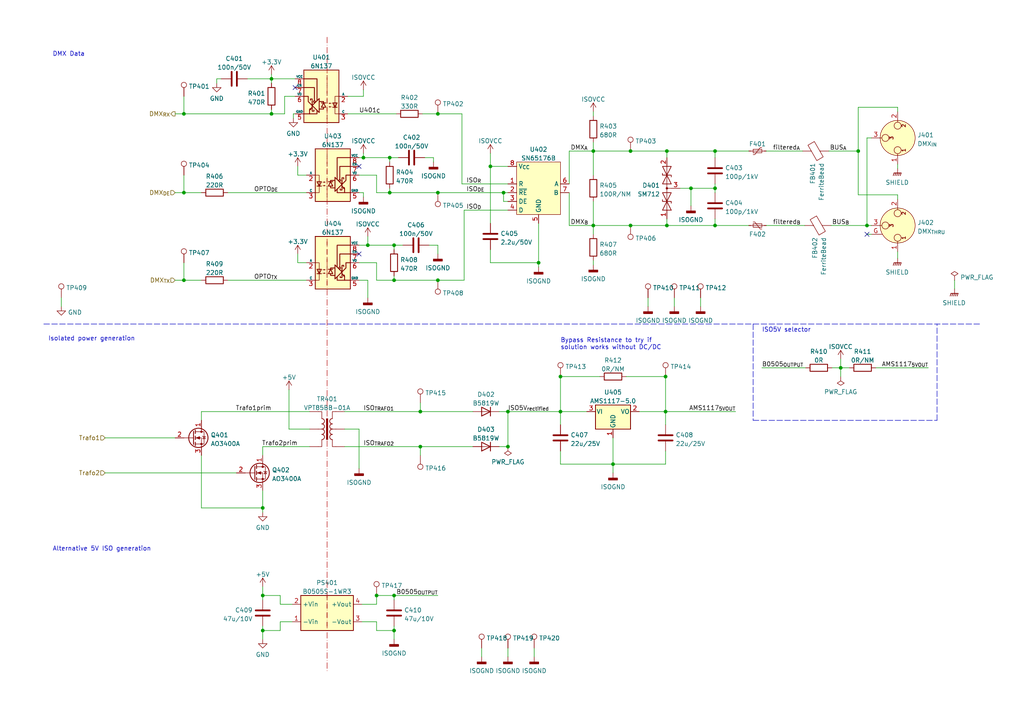
<source format=kicad_sch>
(kicad_sch (version 20211123) (generator eeschema)
  (paper "A4")
  (title_block (title "Led Wall Controller") (rev "1") (company "Skrooter Audio"))
  (lib_symbols
    (symbol "Connector:TestPoint" (pin_numbers hide) (pin_names (offset 0.762) hide)
      (property "Reference" "TP" (at 0 6.858 0))
      (property "Value" "TestPoint" (at 0 5.08 0))
      (symbol "TestPoint_1_1"
        (pin passive line (at 0 0 90) (length 2.54) (name "1") (number "1"))
      )
    )
    (symbol "Connector:XLR3" (pin_names hide)
      (property "Reference" "J" (at 0 8.89 0))
      (property "Value" "XLR3" (at 0 6.35 0))
      (symbol "XLR3_0_1"
        (text "1" (at -3.556 1.778 0) (effects (font (size 1.016 1.016) bold)))
        (text "2" (at 3.556 1.778 0) (effects (font (size 1.016 1.016) bold)))
        (text "3" (at 0 -1.778 0) (effects (font (size 1.016 1.016) bold)))
        (pin passive line (at -7.62 0 0) (length 2.54) (name "~") (number "1"))
        (pin passive line (at 7.62 0 180) (length 2.54) (name "~") (number "2"))
        (pin passive line (at 0 -7.62 90) (length 2.54) (name "~") (number "3"))
      )
    )
    (symbol "Connector:XLR3_Ground" (pin_names hide)
      (property "Reference" "J" (at 0 8.89 0))
      (property "Value" "XLR3_Ground" (at 0 6.35 0))
      (symbol "XLR3_Ground_0_1"
        (text "1" (at -3.556 1.778 0) (effects (font (size 1.016 1.016) bold)))
        (text "2" (at 3.556 1.778 0) (effects (font (size 1.016 1.016) bold)))
        (text "3" (at 0 -1.778 0) (effects (font (size 1.016 1.016) bold)))
        (pin passive line (at -7.62 0 0) (length 2.54) (name "~") (number "1"))
        (pin passive line (at 7.62 0 180) (length 2.54) (name "~") (number "2"))
        (pin passive line (at 0 -7.62 90) (length 2.54) (name "~") (number "3"))
      )
      (symbol "XLR3_Ground_1_1"
        (pin passive line (at -2.54 -7.62 90) (length 2.54) (name "~") (number "G"))
      )
    )
    (symbol "Converter_DCDC:MEE1S0505SC"
      (property "Reference" "PS" (at -7.62 6.35 0))
      (property "Value" "MEE1S0505SC" (at 1.27 6.35 0))
      (symbol "MEE1S0505SC_0_0"
        (pin power_in line (at -10.16 -2.54 0) (length 2.54) (name "-Vin") (number "1"))
        (pin power_in line (at -10.16 2.54 0) (length 2.54) (name "+Vin") (number "2"))
        (pin power_out line (at 10.16 -2.54 180) (length 2.54) (name "-Vout") (number "3"))
        (pin power_out line (at 10.16 2.54 180) (length 2.54) (name "+Vout") (number "4"))
      )
    )
    (symbol "Device:C" (pin_numbers hide) (pin_names (offset 0.254))
      (property "Reference" "C" (at 0.635 2.54 0))
      (property "Value" "C" (at 0.635 -2.54 0))
      (symbol "C_1_1"
        (pin passive line (at 0 3.81 270) (length 2.794) (name "~") (number "1"))
        (pin passive line (at 0 -3.81 90) (length 2.794) (name "~") (number "2"))
      )
    )
    (symbol "Device:D" (pin_numbers hide) (pin_names (offset 1.016) hide)
      (property "Reference" "D" (at 0 2.54 0))
      (property "Value" "D" (at 0 -2.54 0))
      (symbol "D_1_1"
        (pin passive line (at -3.81 0 0) (length 2.54) (name "K") (number "1"))
        (pin passive line (at 3.81 0 180) (length 2.54) (name "A") (number "2"))
      )
    )
    (symbol "Device:FerriteBead" (pin_numbers hide) (pin_names (offset 0))
      (property "Reference" "FB" (at -3.81 0.635 90))
      (property "Value" "FerriteBead" (at 3.81 0 90))
      (symbol "FerriteBead_1_1"
        (pin passive line (at 0 3.81 270) (length 2.54) (name "~") (number "1"))
        (pin passive line (at 0 -3.81 90) (length 2.54) (name "~") (number "2"))
      )
    )
    (symbol "Device:Polyfuse_Small" (pin_numbers hide) (pin_names (offset 0))
      (property "Reference" "F" (at -1.905 0 90))
      (property "Value" "Polyfuse_Small" (at 1.905 0 90))
      (symbol "Polyfuse_Small_1_1"
        (pin passive line (at 0 2.54 270) (length 0.635) (name "~") (number "1"))
        (pin passive line (at 0 -2.54 90) (length 0.635) (name "~") (number "2"))
      )
    )
    (symbol "Device:Q_NMOS_DGS" (pin_names (offset 0) hide)
      (property "Reference" "Q" (at 5.08 1.27 0))
      (property "Value" "Q_NMOS_DGS" (at 5.08 -1.27 0))
      (symbol "Q_NMOS_DGS_1_1"
        (pin passive line (at 2.54 5.08 270) (length 2.54) (name "D") (number "1"))
        (pin input line (at -5.08 0 0) (length 2.54) (name "G") (number "2"))
        (pin passive line (at 2.54 -5.08 90) (length 2.54) (name "S") (number "3"))
      )
    )
    (symbol "Device:R" (pin_numbers hide) (pin_names (offset 0))
      (property "Reference" "R" (at 2.032 0 90))
      (property "Value" "R" (at 0 0 90))
      (symbol "R_1_1"
        (pin passive line (at 0 3.81 270) (length 1.27) (name "~") (number "1"))
        (pin passive line (at 0 -3.81 90) (length 1.27) (name "~") (number "2"))
      )
    )
    (symbol "Diode:SM712_SOT23" (pin_names (offset 1.016) hide)
      (property "Reference" "D" (at 0 4.445 0))
      (property "Value" "SM712_SOT23" (at 0 2.54 0))
      (symbol "SM712_SOT23_1_1"
        (pin passive line (at -8.89 0 0) (length 2.54) (name "A1") (number "1"))
        (pin passive line (at 8.89 0 180) (length 2.54) (name "A2") (number "2"))
        (pin input line (at 0 -3.81 90) (length 2.54) (name "common") (number "3"))
      )
    )
    (symbol "Isolator:6N137" (pin_names (offset 0))
      (property "Reference" "U" (at -4.064 8.89 0))
      (property "Value" "6N137" (at 0 -8.89 0))
      (symbol "6N137_1_1"
        (pin no_connect line (at -5.08 5.08 0) (length 2.54) hide (name "NC") (number "1"))
        (pin passive line (at -7.62 0 0) (length 2.54) (name "A") (number "2"))
        (pin passive line (at -7.62 -5.08 0) (length 2.54) (name "C") (number "3"))
        (pin power_in line (at 7.62 -5.08 180) (length 2.54) (name "GND") (number "5"))
        (pin open_collector line (at 7.62 0 180) (length 2.54) (name "VO") (number "6"))
        (pin input line (at 7.62 2.54 180) (length 2.54) (name "EN") (number "7"))
        (pin power_in line (at 7.62 5.08 180) (length 2.54) (name "VCC") (number "8"))
      )
    )
    (symbol "Regulator_Linear:AMS1117-5.0" (pin_names (offset 0.254))
      (property "Reference" "U" (at -3.81 3.175 0))
      (property "Value" "AMS1117-5.0" (at 0 3.175 0))
      (symbol "AMS1117-5.0_1_1"
        (pin power_in line (at 0 -7.62 90) (length 2.54) (name "GND") (number "1"))
        (pin power_out line (at 7.62 0 180) (length 2.54) (name "VO") (number "2"))
        (pin power_in line (at -7.62 0 0) (length 2.54) (name "VI") (number "3"))
      )
    )
    (symbol "Skrooter_symbols:ISOGND" (power) (pin_names (offset 0))
      (property "Value" "ISOGND" (at 0 -3.175 0))
      (symbol "ISOGND_1_1"
        (pin power_in line (at 0 0 270) (length 0) hide (name "ISOGND") (number "1"))
      )
    )
    (symbol "Skrooter_symbols:ISOVCC" (power) (pin_names (offset 0))
      (property "Value" "ISOVCC" (at 0 3.81 0))
      (symbol "ISOVCC_1_1"
        (pin power_in line (at 0 0 90) (length 0) hide (name "ISOVCC") (number "1"))
      )
    )
    (symbol "Skrooter_symbols:SHIELD" (power) (pin_names (offset 0))
      (property "Value" "SHIELD" (at 0 -3.302 0))
      (symbol "SHIELD_1_1"
        (pin power_in line (at 0 0 270) (length 0) hide (name "SHIELD") (number "1"))
      )
    )
    (symbol "Skrooter_symbols:SN65176B"
      (property "Reference" "U" (at 0 0 0))
      (property "Value" "SN65176B" (at 0 2.54 0))
      (symbol "SN65176B_1_1"
        (pin output line (at -5.08 -7.62 0) (length 2.54) (name "R") (number "1"))
        (pin input line (at -5.08 -10.16 0) (length 2.54) (name "~{RE}") (number "2"))
        (pin input line (at -5.08 -12.7 0) (length 2.54) (name "DE") (number "3"))
        (pin input line (at -5.08 -15.24 0) (length 2.54) (name "D") (number "4"))
        (pin power_in line (at 3.81 -19.05 90) (length 2.54) (name "GND") (number "5"))
        (pin bidirectional line (at 12.7 -7.62 180) (length 2.54) (name "A") (number "6"))
        (pin bidirectional line (at 12.7 -10.16 180) (length 2.54) (name "B") (number "7"))
        (pin power_in line (at -5.08 -2.54 0) (length 2.54) (name "V_{CC}") (number "8"))
      )
    )
    (symbol "Transformer:TRANSF5" (pin_numbers hide) (pin_names (offset 0))
      (property "Reference" "TR" (at 0 6.35 0))
      (property "Value" "TRANSF5" (at 0 -6.35 0))
      (symbol "TRANSF5_1_1"
        (pin passive line (at -5.08 5.08 0) (length 2.54) (name "~") (number "1"))
        (pin passive line (at -5.08 0 0) (length 2.54) (name "~") (number "2"))
        (pin passive line (at -5.08 -5.08 0) (length 2.54) (name "~") (number "3"))
        (pin passive line (at 5.08 -5.08 180) (length 2.54) (name "~") (number "4"))
        (pin passive line (at 5.08 0 180) (length 2.54) (name "~") (number "5"))
        (pin passive line (at 5.08 5.08 180) (length 2.54) (name "~") (number "6"))
      )
    )
    (symbol "power:+3.3V" (power) (pin_names (offset 0))
      (property "Value" "+3.3V" (at 0 3.556 0))
      (symbol "+3.3V_1_1"
        (pin power_in line (at 0 0 90) (length 0) hide (name "+3.3V") (number "1"))
      )
    )
    (symbol "power:+5V" (power) (pin_names (offset 0))
      (property "Value" "+5V" (at 0 3.556 0))
      (symbol "+5V_1_1"
        (pin power_in line (at 0 0 90) (length 0) hide (name "+5V") (number "1"))
      )
    )
    (symbol "power:GND" (power) (pin_names (offset 0))
      (property "Value" "GND" (at 0 -3.81 0))
      (symbol "GND_1_1"
        (pin power_in line (at 0 0 270) (length 0) hide (name "GND") (number "1"))
      )
    )
    (symbol "power:PWR_FLAG" (power) (pin_numbers hide) (pin_names (offset 0) hide)
      (property "Value" "PWR_FLAG" (at 0 3.81 0))
      (symbol "PWR_FLAG_0_0"
        (pin power_out line (at 0 0 90) (length 0) (name "pwr") (number "1"))
      )
    )
  )
  (junction (at 193.04 109.22))
  (junction (at 127 81.28))
  (junction (at 53.34 55.88))
  (junction (at 113.03 45.72))
  (junction (at 114.3 71.12))
  (junction (at 207.391 43.815))
  (junction (at 156.21 76.2))
  (junction (at 146.05 55.88))
  (junction (at 53.34 81.28))
  (junction (at 127 55.88))
  (junction (at 182.88 43.815))
  (junction (at 142.24 48.26))
  (junction (at 193.421 43.815))
  (junction (at 243.84 106.68))
  (junction (at 121.92 119.38))
  (junction (at 114.3 182.88))
  (junction (at 147.32 129.54))
  (junction (at 78.74 33.02))
  (junction (at 114.3 172.72))
  (junction (at 207.391 65.405))
  (junction (at 207.391 54.61))
  (junction (at 76.2 182.88))
  (junction (at 162.56 119.38))
  (junction (at 106.68 71.12))
  (junction (at 193.04 119.38))
  (junction (at 121.92 129.54))
  (junction (at 76.2 147.32))
  (junction (at 105.41 45.72))
  (junction (at 248.92 43.815))
  (junction (at 182.88 65.405))
  (junction (at 172.085 43.815))
  (junction (at 53.34 33.02))
  (junction (at 147.32 119.38))
  (junction (at 177.8 134.62))
  (junction (at 78.74 22.86))
  (junction (at 200.406 54.61))
  (junction (at 76.2 172.72))
  (junction (at 109.22 172.72))
  (junction (at 162.56 109.22))
  (junction (at 127 33.02))
  (junction (at 113.03 55.88))
  (junction (at 172.085 65.405))
  (junction (at 193.421 65.405))
  (junction (at 251.46 65.405))
  (junction (at 114.3 81.28))
  (no_connect (at 104.14 48.26))
  (no_connect (at 85.598 25.4))
  (no_connect (at 251.46 67.945))
  (no_connect (at 104.14 73.66))
  (wire (pts (xy 193.421 63.5) (xy 193.421 65.405)))
  (wire (pts (xy 165.1 43.815) (xy 165.1 53.34)))
  (wire (pts (xy 76.2 129.54) (xy 89.789 129.54)))
  (wire (pts (xy 243.84 106.68) (xy 243.84 109.22)))
  (wire (pts (xy 53.34 33.02) (xy 78.74 33.02)))
  (wire (pts (xy 76.2 129.54) (xy 76.2 132.08)))
  (wire (pts (xy 105.41 45.72) (xy 113.03 45.72)))
  (wire (pts (xy 86.36 50.8) (xy 86.36 48.26)))
  (wire (pts (xy 113.03 54.61) (xy 113.03 55.88)))
  (wire (pts (xy 193.04 119.38) (xy 193.04 123.19)))
  (wire (pts (xy 193.04 130.81) (xy 193.04 134.62)))
  (wire (pts (xy 104.14 50.8) (xy 109.22 50.8)))
  (wire (pts (xy 248.92 31.115) (xy 260.35 31.115)))
  (wire (pts (xy 181.61 109.22) (xy 193.04 109.22)))
  (wire (pts (xy 58.42 119.38) (xy 89.789 119.38)))
  (wire (pts (xy 71.755 22.86) (xy 78.74 22.86)))
  (wire (pts (xy 185.42 119.38) (xy 193.04 119.38)))
  (wire (pts (xy 177.8 134.62) (xy 177.8 137.16)))
  (wire (pts (xy 134.62 60.96) (xy 134.62 81.28)))
  (wire (pts (xy 165.1 43.815) (xy 172.085 43.815)))
  (wire (pts (xy 105.41 45.72) (xy 105.41 44.45)))
  (wire (pts (xy 172.085 43.815) (xy 182.88 43.815)))
  (wire (pts (xy 172.085 65.405) (xy 172.085 67.945)))
  (wire (pts (xy 146.05 55.88) (xy 127 55.88)))
  (wire (pts (xy 207.391 43.815) (xy 217.17 43.815)))
  (wire (pts (xy 104.14 71.12) (xy 106.68 71.12)))
  (wire (pts (xy 172.085 65.405) (xy 182.88 65.405)))
  (wire (pts (xy 260.35 57.785) (xy 260.35 56.515)))
  (wire (pts (xy 86.36 76.2) (xy 86.36 73.66)))
  (wire (pts (xy 62.865 22.86) (xy 62.865 24.13)))
  (wire (pts (xy 240.411 43.815) (xy 248.92 43.815)))
  (wire (pts (xy 162.56 134.62) (xy 162.56 130.81)))
  (wire (pts (xy 177.8 134.62) (xy 193.04 134.62)))
  (wire (pts (xy 142.24 76.2) (xy 142.24 72.39)))
  (wire (pts (xy 156.21 76.2) (xy 156.21 77.47)))
  (wire (pts (xy 53.34 27.94) (xy 53.34 33.02)))
  (wire (pts (xy 66.04 55.88) (xy 88.9 55.88)))
  (wire (pts (xy 207.391 43.815) (xy 207.391 45.72)))
  (wire (pts (xy 104.14 45.72) (xy 105.41 45.72)))
  (wire (pts (xy 114.3 80.01) (xy 114.3 81.28)))
  (wire (pts (xy 64.135 22.86) (xy 62.865 22.86)))
  (wire (pts (xy 122.555 33.02) (xy 127 33.02)))
  (wire (pts (xy 114.3 71.12) (xy 114.3 72.39)))
  (wire (pts (xy 172.085 65.405) (xy 165.1 65.405)))
  (wire (pts (xy 243.84 104.14) (xy 243.84 106.68)))
  (wire (pts (xy 162.56 134.62) (xy 177.8 134.62)))
  (wire (pts (xy 113.03 45.72) (xy 113.03 46.99)))
  (wire (pts (xy 182.88 65.405) (xy 193.421 65.405)))
  (wire (pts (xy 78.74 22.86) (xy 78.74 24.13)))
  (wire (pts (xy 203.2 86.36) (xy 203.2 88.9)))
  (wire (pts (xy 276.86 81.28) (xy 276.86 83.82)))
  (wire (pts (xy 106.68 71.12) (xy 114.3 71.12)))
  (wire (pts (xy 99.949 129.54) (xy 121.92 129.54)))
  (wire (pts (xy 53.34 76.2) (xy 53.34 81.28)))
  (wire (pts (xy 30.48 137.16) (xy 68.58 137.16)))
  (wire (pts (xy 222.25 65.405) (xy 233.426 65.405)))
  (wire (pts (xy 207.391 65.405) (xy 217.17 65.405)))
  (wire (pts (xy 114.3 71.12) (xy 116.84 71.12)))
  (wire (pts (xy 105.41 26.035) (xy 105.41 27.94)))
  (wire (pts (xy 53.34 55.88) (xy 58.42 55.88)))
  (wire (pts (xy 104.14 135.89) (xy 104.14 124.46)))
  (wire (pts (xy 165.1 55.88) (xy 165.1 65.405)))
  (wire (pts (xy 121.92 132.08) (xy 121.92 129.54)))
  (wire (pts (xy 162.56 119.38) (xy 162.56 123.19)))
  (wire (pts (xy 127 33.02) (xy 133.985 33.02)))
  (wire (pts (xy 187.96 86.36) (xy 187.96 88.9)))
  (wire (pts (xy 251.46 65.405) (xy 252.73 65.405)))
  (wire (pts (xy 142.24 76.2) (xy 156.21 76.2)))
  (wire (pts (xy 50.8 55.88) (xy 53.34 55.88)))
  (wire (pts (xy 76.2 172.72) (xy 76.2 173.99)))
  (wire (pts (xy 260.35 32.385) (xy 260.35 31.115)))
  (wire (pts (xy 78.74 33.02) (xy 82.55 33.02)))
  (wire (pts (xy 162.56 119.38) (xy 170.18 119.38)))
  (wire (pts (xy 106.68 68.58) (xy 106.68 71.12)))
  (wire (pts (xy 177.8 127) (xy 177.8 134.62)))
  (wire (pts (xy 142.24 44.45) (xy 142.24 48.26)))
  (wire (pts (xy 106.68 81.28) (xy 106.68 86.36)))
  (wire (pts (xy 127 55.88) (xy 113.03 55.88)))
  (wire (pts (xy 99.949 119.38) (xy 121.92 119.38)))
  (wire (pts (xy 123.19 45.72) (xy 125.73 45.72)))
  (wire (pts (xy 121.92 129.54) (xy 137.16 129.54)))
  (wire (pts (xy 220.98 106.68) (xy 233.68 106.68)))
  (wire (pts (xy 193.421 65.405) (xy 207.391 65.405)))
  (wire (pts (xy 134.62 60.96) (xy 147.32 60.96)))
  (wire (pts (xy 251.46 40.005) (xy 251.46 65.405)))
  (wire (pts (xy 200.406 54.61) (xy 200.406 59.69)))
  (wire (pts (xy 109.22 180.34) (xy 109.22 182.88)))
  (wire (pts (xy 53.34 50.8) (xy 53.34 55.88)))
  (wire (pts (xy 172.085 75.565) (xy 172.085 76.835)))
  (wire (pts (xy 251.46 40.005) (xy 252.73 40.005)))
  (polyline (pts (xy 12.7 93.98) (xy 284.48 93.98)))
  (wire (pts (xy 142.24 64.77) (xy 142.24 48.26)))
  (wire (pts (xy 104.14 81.28) (xy 106.68 81.28)))
  (wire (pts (xy 86.36 76.2) (xy 88.9 76.2)))
  (polyline (pts (xy 218.44 93.98) (xy 218.44 121.92)))
  (polyline (pts (xy 94.869 10.795) (xy 94.869 194.945)) (stroke (width 0) (type dash_dot) (color 181 7 7 1)))
  (polyline (pts (xy 271.78 121.92) (xy 271.78 93.98)))
  (wire (pts (xy 109.22 172.72) (xy 114.3 172.72)))
  (wire (pts (xy 127 81.28) (xy 134.62 81.28)))
  (wire (pts (xy 58.42 121.92) (xy 58.42 119.38)))
  (wire (pts (xy 222.25 43.815) (xy 232.791 43.815)))
  (wire (pts (xy 147.32 58.42) (xy 146.05 58.42)))
  (wire (pts (xy 30.48 127) (xy 50.8 127)))
  (wire (pts (xy 154.94 187.96) (xy 154.94 190.5)))
  (wire (pts (xy 84.709 175.26) (xy 81.28 175.26)))
  (wire (pts (xy 78.74 21.59) (xy 78.74 22.86)))
  (wire (pts (xy 86.36 50.8) (xy 88.9 50.8)))
  (wire (pts (xy 127 71.12) (xy 127 73.66)))
  (wire (pts (xy 99.949 124.46) (xy 104.14 124.46)))
  (wire (pts (xy 100.838 27.94) (xy 105.41 27.94)))
  (wire (pts (xy 114.3 172.72) (xy 127 172.72)))
  (wire (pts (xy 260.35 47.625) (xy 260.35 48.895)))
  (wire (pts (xy 248.92 43.815) (xy 248.92 31.115)))
  (wire (pts (xy 252.73 67.945) (xy 251.46 67.945)))
  (wire (pts (xy 254 106.68) (xy 269.24 106.68)))
  (wire (pts (xy 109.22 182.88) (xy 114.3 182.88)))
  (wire (pts (xy 114.3 182.88) (xy 114.3 185.42)))
  (wire (pts (xy 109.22 76.2) (xy 109.22 81.28)))
  (wire (pts (xy 50.8 33.02) (xy 53.34 33.02)))
  (wire (pts (xy 104.14 55.88) (xy 105.41 55.88)))
  (wire (pts (xy 125.73 45.72) (xy 125.73 46.99)))
  (wire (pts (xy 147.32 129.54) (xy 147.32 119.38)))
  (wire (pts (xy 139.7 187.96) (xy 139.7 190.5)))
  (wire (pts (xy 193.04 119.38) (xy 213.36 119.38)))
  (wire (pts (xy 146.05 55.88) (xy 147.32 55.88)))
  (wire (pts (xy 193.04 119.38) (xy 193.04 109.22)))
  (wire (pts (xy 113.03 45.72) (xy 115.57 45.72)))
  (wire (pts (xy 146.05 58.42) (xy 146.05 55.88)))
  (wire (pts (xy 105.029 180.34) (xy 109.22 180.34)))
  (wire (pts (xy 172.085 43.815) (xy 172.085 50.8)))
  (wire (pts (xy 147.32 53.34) (xy 133.985 53.34)))
  (wire (pts (xy 200.406 54.61) (xy 207.391 54.61)))
  (wire (pts (xy 114.3 172.72) (xy 114.3 173.99)))
  (wire (pts (xy 121.92 116.84) (xy 121.92 119.38)))
  (wire (pts (xy 82.55 27.94) (xy 85.598 27.94)))
  (wire (pts (xy 241.3 106.68) (xy 243.84 106.68)))
  (wire (pts (xy 195.58 86.36) (xy 195.58 88.9)))
  (wire (pts (xy 109.22 175.26) (xy 109.22 172.72)))
  (wire (pts (xy 58.42 132.08) (xy 58.42 147.32)))
  (wire (pts (xy 100.838 33.02) (xy 114.935 33.02)))
  (wire (pts (xy 109.22 50.8) (xy 109.22 55.88)))
  (wire (pts (xy 172.085 41.275) (xy 172.085 43.815)))
  (wire (pts (xy 248.92 56.515) (xy 248.92 43.815)))
  (wire (pts (xy 147.32 119.38) (xy 162.56 119.38)))
  (wire (pts (xy 147.32 119.38) (xy 144.78 119.38)))
  (wire (pts (xy 84.709 180.34) (xy 81.28 180.34)))
  (wire (pts (xy 89.789 124.46) (xy 83.82 124.46)))
  (wire (pts (xy 81.28 172.72) (xy 76.2 172.72)))
  (wire (pts (xy 17.78 86.36) (xy 17.78 88.9)))
  (wire (pts (xy 85.09 33.02) (xy 85.09 34.29)))
  (wire (pts (xy 260.35 73.025) (xy 260.35 74.93)))
  (wire (pts (xy 241.046 65.405) (xy 251.46 65.405)))
  (wire (pts (xy 53.34 81.28) (xy 58.42 81.28)))
  (wire (pts (xy 124.46 71.12) (xy 127 71.12)))
  (wire (pts (xy 114.3 81.28) (xy 127 81.28)))
  (wire (pts (xy 144.78 129.54) (xy 147.32 129.54)))
  (wire (pts (xy 142.24 48.26) (xy 147.32 48.26)))
  (wire (pts (xy 121.92 119.38) (xy 137.16 119.38)))
  (wire (pts (xy 113.03 55.88) (xy 109.22 55.88)))
  (wire (pts (xy 182.88 43.815) (xy 193.421 43.815)))
  (wire (pts (xy 85.09 33.02) (xy 85.598 33.02)))
  (wire (pts (xy 200.406 54.61) (xy 197.231 54.61)))
  (wire (pts (xy 172.085 32.385) (xy 172.085 33.655)))
  (wire (pts (xy 207.391 54.61) (xy 207.391 55.88)))
  (wire (pts (xy 81.28 180.34) (xy 81.28 182.88)))
  (wire (pts (xy 162.56 109.22) (xy 173.99 109.22)))
  (wire (pts (xy 76.2 181.61) (xy 76.2 182.88)))
  (wire (pts (xy 76.2 142.24) (xy 76.2 147.32)))
  (wire (pts (xy 105.029 175.26) (xy 109.22 175.26)))
  (wire (pts (xy 104.14 76.2) (xy 109.22 76.2)))
  (wire (pts (xy 78.74 22.86) (xy 85.598 22.86)))
  (wire (pts (xy 58.42 147.32) (xy 76.2 147.32)))
  (wire (pts (xy 109.22 81.28) (xy 114.3 81.28)))
  (wire (pts (xy 172.085 58.42) (xy 172.085 65.405)))
  (wire (pts (xy 193.421 43.815) (xy 193.421 45.72)))
  (wire (pts (xy 248.92 56.515) (xy 260.35 56.515)))
  (wire (pts (xy 66.04 81.28) (xy 88.9 81.28)))
  (wire (pts (xy 156.21 64.77) (xy 156.21 76.2)))
  (wire (pts (xy 105.41 55.88) (xy 105.41 57.15)))
  (wire (pts (xy 243.84 106.68) (xy 246.38 106.68)))
  (wire (pts (xy 133.985 33.02) (xy 133.985 53.34)))
  (wire (pts (xy 147.32 187.96) (xy 147.32 190.5)))
  (wire (pts (xy 78.74 31.75) (xy 78.74 33.02)))
  (wire (pts (xy 76.2 170.18) (xy 76.2 172.72)))
  (wire (pts (xy 83.82 113.03) (xy 83.82 124.46)))
  (wire (pts (xy 81.28 182.88) (xy 76.2 182.88)))
  (wire (pts (xy 114.3 181.61) (xy 114.3 182.88)))
  (wire (pts (xy 207.391 53.34) (xy 207.391 54.61)))
  (wire (pts (xy 162.56 119.38) (xy 162.56 109.22)))
  (wire (pts (xy 76.2 147.32) (xy 76.2 148.59)))
  (wire (pts (xy 50.8 81.28) (xy 53.34 81.28)))
  (wire (pts (xy 82.55 27.94) (xy 82.55 33.02)))
  (wire (pts (xy 76.2 182.88) (xy 76.2 185.42)))
  (wire (pts (xy 207.391 63.5) (xy 207.391 65.405)))
  (polyline (pts (xy 218.44 121.92) (xy 271.78 121.92)))
  (wire (pts (xy 81.28 175.26) (xy 81.28 172.72)))
  (wire (pts (xy 193.421 43.815) (xy 207.391 43.815)))
  (text "DMX Data" (at 15.24 16.51 0) (effects (font (size 1.27 1.27)) (justify left bottom)))
  (text "Isolated power generation" (at 13.97 99.06 0) (effects (font (size 1.27 1.27)) (justify left bottom)))
  (text "Alternative 5V ISO generation\n" (at 15.24 160.02 0) (effects (font (size 1.27 1.27)) (justify left bottom)))
  (text "ISO5V selector" (at 220.98 96.52 0) (effects (font (size 1.27 1.27)) (justify left bottom)))
  (text "Bypass Resistance to try if \nsolution works without DC/DC" (at 162.56 101.6 0) (effects (font (size 1.27 1.27)) (justify left bottom)))
  (label "ISO_{R}" (at 135.255 53.34 0))
  (label "B0505_{OUTPUT}" (at 220.98 106.68 0))
  (label "DMX_{A}" (at 165.481 43.815 0))
  (label "U401_{C}" (at 104.14 33.02 0))
  (label "ISO_{TRAFO2}" (at 114.3 129.54 180))
  (label "ISO_{TRAFO1}" (at 114.3 119.38 180))
  (label "filtered_{A}" (at 224.155 43.815 0))
  (label "ISO5V_{rectified}" (at 147.32 119.38 0))
  (label "AMS1117_{5VOUT}" (at 213.36 119.38 180))
  (label "Trafo2prim" (at 86.36 129.54 180))
  (label "ISO_{D}" (at 135.255 60.96 0))
  (label "ISO_{DE}" (at 135.255 55.88 0))
  (label "B0505_{OUTPUT}" (at 127 172.72 180))
  (label "Trafo1prim" (at 78.74 119.38 180))
  (label "BUS_{B}" (at 241.3 65.405 0))
  (label "DMX_{B}" (at 165.481 65.405 0))
  (label "filtered_{B}" (at 224.155 65.405 0))
  (label "OPTO_{TX}" (at 73.66 81.28 0))
  (label "OPTO_{DE}" (at 73.66 55.88 0))
  (label "AMS1117_{5VOUT}" (at 269.24 106.68 180))
  (label "BUS_{A}" (at 240.665 43.815 0))
  (hierarchical_label "DMX_{RX}" (shape output) (at 50.8 33.02 180))
  (hierarchical_label "Trafo1" (shape input) (at 30.48 127 180))
  (hierarchical_label "DMX_{TX}" (shape input) (at 50.8 81.28 180))
  (hierarchical_label "Trafo2" (shape input) (at 30.48 137.16 180))
  (hierarchical_label "DMX_{DE}" (shape input) (at 50.8 55.88 180))
  (symbol (lib_id "power:+3.3V") (at 78.74 21.59 0) (unit 1)
    (property "Reference" "#PWR0401" (effects hide))
    (property "Value" "+3.3V" (at 78.74 18.0142 0))
  )
  (symbol (lib_id "Connector:TestPoint") (at 187.96 86.36 0) (unit 1)
    (property "Reference" "TP410" (at 189.357 83.4918 0) (effects (justify left)))
    (property "Value" "TestPoint" (effects hide))
    (property "Footprint" "TestPoint:TestPoint_Loop_D1.80mm_Drill1.0mm_Beaded" (effects hide))
    (property "LCSC" "C238122" (effects hide))
  )
  (symbol (lib_id "Connector:XLR3_Ground") (at 260.35 65.405 270) (mirror x) (unit 1)
    (property "Reference" "J402" (at 266.065 64.5703 90) (effects (justify left)))
    (property "Value" "DMX_{THRU}" (at 266.065 67.1072 90) (effects (justify left)))
    (property "Footprint" "Skrooter_footprints:NC3MAAH0" (effects hide))
    (property "Datasheet" " ~" (effects hide))
    (property "LCSC" "C368463" (effects hide))
  )
  (symbol (lib_id "Device:Polyfuse_Small") (at 219.71 65.405 270) (mirror x) (unit 1)
    (property "Reference" "F402" (at 219.71 67.945 90))
    (property "Value" "Polyfuse_Small" (effects hide))
    (property "Footprint" "Resistor_SMD:R_1206_3216Metric_Pad1.30x1.75mm_HandSolder" (effects hide))
    (property "LCSC" "C369154" (effects hide))
  )
  (symbol (lib_id "Isolator:6N137") (at 96.52 50.8 0) (unit 1)
    (property "Reference" "U403" (at 96.52 39.4802 0))
    (property "Value" "6N137" (at 96.52 42.0171 0))
    (property "Footprint" "Package_SO:SSO-8_6.7x9.8mm_P2.54mm_Clearance8mm" (effects hide))
    (property "Datasheet" "https://datasheet.lcsc.com/szlcsc/1908282202_Everlight-Elec-6N137S1-TA_C110020.pdf" (effects hide))
    (property "LCSC" "C110020" (effects hide))
  )
  (symbol (lib_id "Skrooter_symbols:SHIELD") (at 260.35 74.93 0) (unit 1)
    (property "Reference" "#PWR0416" (effects hide))
    (property "Value" "SHIELD" (at 260.223 78.967 0))
  )
  (symbol (lib_id "power:GND") (at 62.865 24.13 0) (unit 1)
    (property "Reference" "#PWR0402" (effects hide))
    (property "Value" "GND" (at 62.865 28.5734 0))
  )
  (symbol (lib_id "Skrooter_symbols:SHIELD") (at 276.86 83.82 0) (unit 1)
    (property "Reference" "#PWR0419" (effects hide))
    (property "Value" "SHIELD" (at 276.733 87.857 0))
  )
  (symbol (lib_id "Skrooter_symbols:ISOGND") (at 203.2 88.9 0) (unit 1)
    (property "Reference" "#PWR0424" (effects hide))
    (property "Value" "ISOGND" (at 203.2 92.9624 0))
  )
  (symbol (lib_id "Skrooter_symbols:ISOGND") (at 139.7 190.5 0) (unit 1)
    (property "Reference" "#PWR0433" (effects hide))
    (property "Value" "ISOGND" (at 139.7 194.5624 0))
  )
  (symbol (lib_id "Device:R") (at 62.23 81.28 270) (mirror x) (unit 1)
    (property "Reference" "R409" (at 62.23 76.5642 90))
    (property "Value" "220R" (at 62.23 79.1011 90))
    (property "Footprint" "Resistor_SMD:R_0603_1608Metric_Pad0.98x0.95mm_HandSolder" (effects hide))
    (property "LCSC" "C22962" (effects hide))
  )
  (symbol (lib_id "Skrooter_symbols:ISOGND") (at 104.14 135.89 0) (unit 1)
    (property "Reference" "#PWR0427" (effects hide))
    (property "Value" "ISOGND" (at 104.14 139.9524 0))
  )
  (symbol (lib_id "power:GND") (at 85.09 34.29 0) (unit 1)
    (property "Reference" "#PWR0405" (effects hide))
    (property "Value" "GND" (at 85.09 38.7334 0))
  )
  (symbol (lib_id "Device:C") (at 76.2 177.8 0) (mirror x) (unit 1)
    (property "Reference" "C409" (at 73.2791 176.9653 0) (effects (justify right)))
    (property "Value" "47u/10V" (at 73.2791 179.5022 0) (effects (justify right)))
    (property "Footprint" "Capacitor_SMD:C_1206_3216Metric_Pad1.33x1.80mm_HandSolder" (effects hide))
    (property "LCSC" "C96123" (effects hide))
  )
  (symbol (lib_id "power:PWR_FLAG") (at 276.86 81.28 0) (unit 1)
    (property "Reference" "#FLG0401" (effects hide))
    (property "Value" "PWR_FLAG" (at 278.511 80.4438 0) (effects (justify left)))
  )
  (symbol (lib_id "Skrooter_symbols:ISOGND") (at 200.406 59.69 0) (unit 1)
    (property "Reference" "#PWR0412" (effects hide))
    (property "Value" "ISOGND" (at 200.406 63.7524 0))
  )
  (symbol (lib_id "power:GND") (at 17.78 88.9 0) (unit 1)
    (property "Reference" "#PWR0421" (effects hide))
    (property "Value" "GND" (at 19.685 90.6038 0) (effects (justify left)))
  )
  (symbol (lib_id "Skrooter_symbols:SHIELD") (at 260.35 48.895 0) (unit 1)
    (property "Reference" "#PWR0410" (effects hide))
    (property "Value" "SHIELD" (at 260.223 52.932 0))
  )
  (symbol (lib_id "Skrooter_symbols:ISOGND") (at 147.32 190.5 0) (unit 1)
    (property "Reference" "#PWR0434" (effects hide))
    (property "Value" "ISOGND" (at 147.32 194.5624 0))
  )
  (symbol (lib_id "Device:C") (at 114.3 177.8 0) (unit 1)
    (property "Reference" "C410" (at 117.221 176.9653 0) (effects (justify left)))
    (property "Value" "47u/10V" (at 117.221 179.5022 0) (effects (justify left)))
    (property "Footprint" "Capacitor_SMD:C_1206_3216Metric_Pad1.33x1.80mm_HandSolder" (effects hide))
    (property "LCSC" "C96123" (effects hide))
  )
  (symbol (lib_id "Skrooter_symbols:ISOVCC") (at 142.24 44.45 0) (unit 1)
    (property "Reference" "#PWR0407" (effects hide))
    (property "Value" "ISOVCC" (at 142.24 40.8742 0))
  )
  (symbol (lib_id "Connector:TestPoint") (at 121.92 132.08 180) (unit 1)
    (property "Reference" "TP416" (at 123.317 135.8158 0) (effects (justify right)))
    (property "Value" "TestPoint" (effects hide))
    (property "Footprint" "TestPoint:TestPoint_Loop_D1.80mm_Drill1.0mm_Beaded" (effects hide))
    (property "LCSC" "C238122" (effects hide))
  )
  (symbol (lib_id "Device:C") (at 207.391 49.53 0) (unit 1)
    (property "Reference" "C403" (at 210.312 48.6953 0) (effects (justify left)))
    (property "Value" "100p/1kV" (at 210.312 51.2322 0) (effects (justify left)))
    (property "Footprint" "Capacitor_SMD:C_1206_3216Metric_Pad1.33x1.80mm_HandSolder" (effects hide))
    (property "LCSC" "C107173" (effects hide))
  )
  (symbol (lib_id "Connector:TestPoint") (at 53.34 76.2 0) (unit 1)
    (property "Reference" "TP407" (at 54.737 73.3318 0) (effects (justify left)))
    (property "Value" "TestPoint" (effects hide))
    (property "Footprint" "TestPoint:TestPoint_Loop_D1.80mm_Drill1.0mm_Beaded" (effects hide))
    (property "LCSC" "C238122" (effects hide))
  )
  (symbol (lib_id "Device:R") (at 62.23 55.88 270) (mirror x) (unit 1)
    (property "Reference" "R406" (at 62.23 51.1642 90))
    (property "Value" "220R" (at 62.23 53.7011 90))
    (property "Footprint" "Resistor_SMD:R_0603_1608Metric_Pad0.98x0.95mm_HandSolder" (effects hide))
    (property "LCSC" "C22962" (effects hide))
  )
  (symbol (lib_id "Skrooter_symbols:SN65176B") (at 152.4 45.72 0) (unit 1)
    (property "Reference" "U402" (at 156.21 43.341 0))
    (property "Value" "SN65176B" (at 156.21 45.8779 0))
    (property "Footprint" "Package_SO:SOIC-8_3.9x4.9mm_P1.27mm" (effects hide))
    (property "Datasheet" "https://www.ti.com/cn/lit/ds/symlink/sn65176b.pdf?ts=1660550592544" (effects hide))
    (property "LCSC" "C31302" (effects hide))
  )
  (symbol (lib_id "Device:D") (at 140.97 129.54 180) (unit 1)
    (property "Reference" "D403" (at 140.97 124.5702 0))
    (property "Value" "B5819W" (at 140.97 127.1071 0))
    (property "Footprint" "Diode_SMD:D_SOD-123" (effects hide))
    (property "LCSC" "C8598" (effects hide))
  )
  (symbol (lib_id "power:+5V") (at 83.82 113.03 0) (unit 1)
    (property "Reference" "#PWR0426" (effects hide))
    (property "Value" "+5V" (at 83.82 109.4542 0))
  )
  (symbol (lib_id "Device:R") (at 172.085 71.755 180) (unit 1)
    (property "Reference" "R407" (at 173.863 70.9203 0) (effects (justify right)))
    (property "Value" "680R" (at 173.863 73.4572 0) (effects (justify right)))
    (property "Footprint" "Resistor_SMD:R_0805_2012Metric_Pad1.20x1.40mm_HandSolder" (effects hide))
    (property "LCSC" "C17798" (effects hide))
  )
  (symbol (lib_id "Skrooter_symbols:ISOGND") (at 106.68 86.36 0) (unit 1)
    (property "Reference" "#PWR0420" (effects hide))
    (property "Value" "ISOGND" (at 106.68 90.4224 0))
  )
  (symbol (lib_id "power:GND") (at 76.2 148.59 0) (unit 1)
    (property "Reference" "#PWR0429" (effects hide))
    (property "Value" "GND" (at 76.2 153.0334 0))
  )
  (symbol (lib_id "power:+5V") (at 76.2 170.18 0) (unit 1)
    (property "Reference" "#PWR0430" (effects hide))
    (property "Value" "+5V" (at 76.2 166.6042 0))
  )
  (symbol (lib_id "Device:R") (at 172.085 54.61 0) (unit 1)
    (property "Reference" "R405" (at 173.863 53.7753 0) (effects (justify left)))
    (property "Value" "100R/NM" (at 173.863 56.3122 0) (effects (justify left)))
    (property "Footprint" "Resistor_SMD:R_0805_2012Metric_Pad1.20x1.40mm_HandSolder" (effects hide))
  )
  (symbol (lib_id "Device:C") (at 119.38 45.72 270) (mirror x) (unit 1)
    (property "Reference" "C402" (at 119.38 39.8612 90))
    (property "Value" "100n/50V" (at 119.38 42.3981 90))
    (property "Footprint" "Capacitor_SMD:C_0603_1608Metric_Pad1.08x0.95mm_HandSolder" (effects hide))
    (property "LCSC" "C14663" (effects hide))
  )
  (symbol (lib_id "Skrooter_symbols:ISOVCC") (at 172.085 32.385 0) (unit 1)
    (property "Reference" "#PWR0404" (effects hide))
    (property "Value" "ISOVCC" (at 172.085 28.8092 0))
  )
  (symbol (lib_id "Device:C") (at 162.56 127 0) (unit 1)
    (property "Reference" "C407" (at 165.481 126.1653 0) (effects (justify left)))
    (property "Value" "22u/25V" (at 165.481 128.7022 0) (effects (justify left)))
    (property "Footprint" "Capacitor_SMD:C_1206_3216Metric_Pad1.33x1.80mm_HandSolder" (effects hide))
    (property "LCSC" "C12891" (effects hide))
  )
  (symbol (lib_id "Connector:TestPoint") (at 182.88 43.815 0) (unit 1)
    (property "Reference" "TP403" (at 184.277 40.9468 0) (effects (justify left)))
    (property "Value" "TestPoint" (effects hide))
    (property "Footprint" "TestPoint:TestPoint_Loop_D1.80mm_Drill1.0mm_Beaded" (effects hide))
    (property "LCSC" "C238122" (effects hide))
  )
  (symbol (lib_id "Skrooter_symbols:ISOVCC") (at 105.41 26.035 0) (unit 1)
    (property "Reference" "#PWR0403" (effects hide))
    (property "Value" "ISOVCC" (at 105.41 22.4592 0))
  )
  (symbol (lib_id "Device:R") (at 114.3 76.2 0) (unit 1)
    (property "Reference" "R408" (at 116.078 75.3653 0) (effects (justify left)))
    (property "Value" "470R" (at 116.078 77.9022 0) (effects (justify left)))
    (property "Footprint" "Resistor_SMD:R_0603_1608Metric_Pad0.98x0.95mm_HandSolder" (effects hide))
    (property "LCSC" "C23179" (effects hide))
  )
  (symbol (lib_id "Isolator:6N137") (at 96.52 76.2 0) (unit 1)
    (property "Reference" "U404" (at 96.52 64.8802 0))
    (property "Value" "6N137" (at 96.52 67.4171 0))
    (property "Footprint" "Package_SO:SSO-8_6.7x9.8mm_P2.54mm_Clearance8mm" (effects hide))
    (property "Datasheet" "https://datasheet.lcsc.com/szlcsc/1908282202_Everlight-Elec-6N137S1-TA_C110020.pdf" (effects hide))
    (property "LCSC" "C110020" (effects hide))
  )
  (symbol (lib_id "Connector:TestPoint") (at 154.94 187.96 0) (unit 1)
    (property "Reference" "TP420" (at 156.337 185.0918 0) (effects (justify left)))
    (property "Value" "TestPoint" (effects hide))
    (property "Footprint" "TestPoint:TestPoint_Loop_D1.80mm_Drill1.0mm_Beaded" (effects hide))
    (property "LCSC" "C238122" (effects hide))
  )
  (symbol (lib_id "Device:Q_NMOS_DGS") (at 55.88 127 0) (unit 1)
    (property "Reference" "Q401" (at 61.087 126.1653 0) (effects (justify left)))
    (property "Value" "AO3400A" (at 61.087 128.7022 0) (effects (justify left)))
    (property "Footprint" "Package_TO_SOT_SMD:SOT-23" (effects hide))
    (property "LCSC" "C20917" (effects hide))
  )
  (symbol (lib_id "Connector:TestPoint") (at 53.34 27.94 0) (unit 1)
    (property "Reference" "TP401" (at 54.737 25.0718 0) (effects (justify left)))
    (property "Value" "TestPoint" (effects hide))
    (property "Footprint" "TestPoint:TestPoint_Loop_D1.80mm_Drill1.0mm_Beaded" (effects hide))
    (property "LCSC" "C238122" (effects hide))
  )
  (symbol (lib_id "Connector:TestPoint") (at 182.88 65.405 180) (unit 1)
    (property "Reference" "TP406" (at 184.277 69.1408 0) (effects (justify right)))
    (property "Value" "TestPoint" (effects hide))
    (property "Footprint" "TestPoint:TestPoint_Loop_D1.80mm_Drill1.0mm_Beaded" (effects hide))
    (property "LCSC" "C238122" (effects hide))
  )
  (symbol (lib_id "power:PWR_FLAG") (at 147.32 129.54 180) (unit 1)
    (property "Reference" "#FLG0403" (effects hide))
    (property "Value" "PWR_FLAG" (at 147.32 133.9834 0))
  )
  (symbol (lib_id "power:+3.3V") (at 86.36 73.66 0) (unit 1)
    (property "Reference" "#PWR0414" (effects hide))
    (property "Value" "+3.3V" (at 86.36 70.0842 0))
  )
  (symbol (lib_id "Device:R") (at 172.085 37.465 0) (unit 1)
    (property "Reference" "R403" (at 173.863 36.6303 0) (effects (justify left)))
    (property "Value" "680R" (at 173.863 39.1672 0) (effects (justify left)))
    (property "Footprint" "Resistor_SMD:R_0805_2012Metric_Pad1.20x1.40mm_HandSolder" (effects hide))
    (property "LCSC" "C17798" (effects hide))
  )
  (symbol (lib_id "Skrooter_symbols:ISOGND") (at 154.94 190.5 0) (unit 1)
    (property "Reference" "#PWR0435" (effects hide))
    (property "Value" "ISOGND" (at 154.94 194.5624 0))
  )
  (symbol (lib_id "Device:C") (at 207.391 59.69 0) (unit 1)
    (property "Reference" "C404" (at 210.312 58.8553 0) (effects (justify left)))
    (property "Value" "100p/1kV" (at 210.312 61.3922 0) (effects (justify left)))
    (property "Footprint" "Capacitor_SMD:C_1206_3216Metric_Pad1.33x1.80mm_HandSolder" (effects hide))
    (property "LCSC" "C107173" (effects hide))
  )
  (symbol (lib_id "Skrooter_symbols:ISOVCC") (at 243.84 104.14 0) (unit 1)
    (property "Reference" "#PWR0425" (effects hide))
    (property "Value" "ISOVCC" (at 243.84 100.5642 0))
  )
  (symbol (lib_id "Device:R") (at 177.8 109.22 90) (unit 1)
    (property "Reference" "R412" (at 177.8 104.5042 90))
    (property "Value" "0R/NM" (at 177.8 107.0411 90))
    (property "Footprint" "Resistor_SMD:R_0805_2012Metric" (effects hide))
  )
  (symbol (lib_id "power:+3.3V") (at 86.36 48.26 0) (unit 1)
    (property "Reference" "#PWR0409" (effects hide))
    (property "Value" "+3.3V" (at 86.36 44.6842 0))
  )
  (symbol (lib_id "power:PWR_FLAG") (at 243.84 109.22 180) (unit 1)
    (property "Reference" "#FLG0402" (effects hide))
    (property "Value" "PWR_FLAG" (at 243.84 113.6634 0))
  )
  (symbol (lib_id "Skrooter_symbols:ISOGND") (at 114.3 185.42 0) (unit 1)
    (property "Reference" "#PWR0432" (effects hide))
    (property "Value" "ISOGND" (at 114.3 189.4824 0))
  )
  (symbol (lib_id "Connector:TestPoint") (at 17.78 86.36 0) (unit 1)
    (property "Reference" "TP409" (at 19.177 83.4918 0) (effects (justify left)))
    (property "Value" "TestPoint" (effects hide))
    (property "Footprint" "TestPoint:TestPoint_Loop_D1.80mm_Drill1.0mm_Beaded" (effects hide))
    (property "LCSC" "C238122" (effects hide))
  )
  (symbol (lib_id "Connector:TestPoint") (at 162.56 109.22 0) (unit 1)
    (property "Reference" "TP413" (at 163.957 106.3518 0) (effects (justify left)))
    (property "Value" "TestPoint" (effects hide))
    (property "Footprint" "TestPoint:TestPoint_Loop_D1.80mm_Drill1.0mm_Beaded" (effects hide))
    (property "LCSC" "C238122" (effects hide))
  )
  (symbol (lib_id "Converter_DCDC:MEE1S0505SC") (at 94.869 177.8 0) (unit 1)
    (property "Reference" "PS401" (at 94.869 169.0202 0))
    (property "Value" "B0505S-1WR3" (at 94.869 171.5571 0))
    (property "Footprint" "Skrooter_footprints:B0505SW2R2" (effects hide))
    (property "Datasheet" "B0505S-1WR3" (effects hide))
    (property "LCSC" "C131038" (effects hide))
  )
  (symbol (lib_id "Transformer:TRANSF5") (at 94.869 124.46 0) (unit 1)
    (property "Reference" "TR401" (at 94.869 115.731 0))
    (property "Value" "VPT85BB-01A" (at 94.869 118.2679 0))
    (property "Footprint" "Skrooter_footprints:VPT85BB01A" (effects hide))
    (property "LCSC" "C2875071" (effects hide))
  )
  (symbol (lib_id "Device:D") (at 140.97 119.38 180) (unit 1)
    (property "Reference" "D402" (at 140.97 114.4102 0))
    (property "Value" "B5819W" (at 140.97 116.9471 0))
    (property "Footprint" "Diode_SMD:D_SOD-123" (effects hide))
    (property "LCSC" "C8598" (effects hide))
  )
  (symbol (lib_id "Skrooter_symbols:ISOGND") (at 156.21 77.47 0) (unit 1)
    (property "Reference" "#PWR0418" (effects hide))
    (property "Value" "ISOGND" (at 156.21 81.5324 0))
  )
  (symbol (lib_id "Skrooter_symbols:ISOGND") (at 125.73 46.99 0) (unit 1)
    (property "Reference" "#PWR0408" (effects hide))
    (property "Value" "ISOGND" (at 125.73 51.0524 0))
  )
  (symbol (lib_id "Device:C") (at 120.65 71.12 90) (unit 1)
    (property "Reference" "C406" (at 120.65 65.2612 90))
    (property "Value" "100n/50V" (at 120.65 67.7981 90))
    (property "Footprint" "Capacitor_SMD:C_0603_1608Metric_Pad1.08x0.95mm_HandSolder" (effects hide))
    (property "LCSC" "C14663" (effects hide))
  )
  (symbol (lib_id "Skrooter_symbols:ISOGND") (at 195.58 88.9 0) (unit 1)
    (property "Reference" "#PWR0423" (effects hide))
    (property "Value" "ISOGND" (at 195.58 92.9624 0))
  )
  (symbol (lib_id "Device:FerriteBead") (at 236.601 43.815 90) (mirror x) (unit 1)
    (property "Reference" "FB401" (at 235.7155 47.2186 0) (effects (justify left)))
    (property "Value" "FerriteBead" (at 238.2524 47.2186 0) (effects (justify left)))
    (property "Footprint" "Diode_SMD:D_0805_2012Metric_Pad1.15x1.40mm_HandSolder" (effects hide))
    (property "LCSC" "C1017" (effects hide))
  )
  (symbol (lib_id "Device:C") (at 67.945 22.86 90) (unit 1)
    (property "Reference" "C401" (at 67.945 17.0012 90))
    (property "Value" "100n/50V" (at 67.945 19.5381 90))
    (property "Footprint" "Capacitor_SMD:C_0603_1608Metric_Pad1.08x0.95mm_HandSolder" (effects hide))
    (property "LCSC" "C14663" (effects hide))
  )
  (symbol (lib_id "Skrooter_symbols:ISOGND") (at 187.96 88.9 0) (unit 1)
    (property "Reference" "#PWR0422" (effects hide))
    (property "Value" "ISOGND" (at 187.96 92.9624 0))
  )
  (symbol (lib_id "Device:C") (at 142.24 68.58 0) (unit 1)
    (property "Reference" "C405" (at 145.161 67.7453 0) (effects (justify left)))
    (property "Value" "2.2u/50V" (at 145.161 70.2822 0) (effects (justify left)))
    (property "Footprint" "Capacitor_SMD:C_0805_2012Metric_Pad1.18x1.45mm_HandSolder" (effects hide))
    (property "LCSC" "C49217" (effects hide))
  )
  (symbol (lib_id "Connector:TestPoint") (at 53.34 50.8 0) (unit 1)
    (property "Reference" "TP404" (at 54.737 47.9318 0) (effects (justify left)))
    (property "Value" "TestPoint" (effects hide))
    (property "Footprint" "TestPoint:TestPoint_Loop_D1.80mm_Drill1.0mm_Beaded" (effects hide))
    (property "LCSC" "C238122" (effects hide))
  )
  (symbol (lib_id "Skrooter_symbols:ISOGND") (at 172.085 76.835 0) (unit 1)
    (property "Reference" "#PWR0417" (effects hide))
    (property "Value" "ISOGND" (at 172.085 80.8974 0))
  )
  (symbol (lib_id "Device:R") (at 78.74 27.94 0) (mirror x) (unit 1)
    (property "Reference" "R401" (at 76.962 27.1053 0) (effects (justify right)))
    (property "Value" "470R" (at 76.962 29.6422 0) (effects (justify right)))
    (property "Footprint" "Resistor_SMD:R_0603_1608Metric_Pad0.98x0.95mm_HandSolder" (effects hide))
    (property "LCSC" "C23179" (effects hide))
  )
  (symbol (lib_id "Skrooter_symbols:ISOVCC") (at 106.68 68.58 0) (unit 1)
    (property "Reference" "#PWR0413" (effects hide))
    (property "Value" "ISOVCC" (at 106.68 65.0042 0))
  )
  (symbol (lib_id "Regulator_Linear:AMS1117-5.0") (at 177.8 119.38 0) (unit 1)
    (property "Reference" "U405" (at 177.8 113.7752 0))
    (property "Value" "AMS1117-5.0" (at 177.8 116.3121 0))
    (property "Footprint" "Package_TO_SOT_SMD:SOT-223-3_TabPin2" (effects hide))
    (property "Datasheet" "http://www.advanced-monolithic.com/pdf/ds1117.pdf" (effects hide))
    (property "LCSC" "C6187" (effects hide))
  )
  (symbol (lib_id "Connector:TestPoint") (at 195.58 86.36 0) (unit 1)
    (property "Reference" "TP411" (at 196.977 83.4918 0) (effects (justify left)))
    (property "Value" "TestPoint" (effects hide))
    (property "Footprint" "TestPoint:TestPoint_Loop_D1.80mm_Drill1.0mm_Beaded" (effects hide))
    (property "LCSC" "C238122" (effects hide))
  )
  (symbol (lib_id "Device:Q_NMOS_DGS") (at 73.66 137.16 0) (unit 1)
    (property "Reference" "Q402" (at 78.867 136.3253 0) (effects (justify left)))
    (property "Value" "AO3400A" (at 78.867 138.8622 0) (effects (justify left)))
    (property "Footprint" "Package_TO_SOT_SMD:SOT-23" (effects hide))
    (property "LCSC" "C20917" (effects hide))
  )
  (symbol (lib_id "Device:R") (at 118.745 33.02 270) (mirror x) (unit 1)
    (property "Reference" "R402" (at 118.745 28.3042 90))
    (property "Value" "330R" (at 118.745 30.8411 90))
    (property "Footprint" "Resistor_SMD:R_0603_1608Metric_Pad0.98x0.95mm_HandSolder" (effects hide))
    (property "LCSC" "C23138" (effects hide))
  )
  (symbol (lib_id "Connector:TestPoint") (at 127 81.28 180) (unit 1)
    (property "Reference" "TP408" (at 128.397 85.0158 0) (effects (justify right)))
    (property "Value" "TestPoint" (effects hide))
    (property "Footprint" "TestPoint:TestPoint_Loop_D1.80mm_Drill1.0mm_Beaded" (effects hide))
    (property "LCSC" "C238122" (effects hide))
  )
  (symbol (lib_id "Connector:TestPoint") (at 193.04 109.22 0) (unit 1)
    (property "Reference" "TP414" (at 194.437 106.3518 0) (effects (justify left)))
    (property "Value" "TestPoint" (effects hide))
    (property "Footprint" "TestPoint:TestPoint_Loop_D1.80mm_Drill1.0mm_Beaded" (effects hide))
    (property "LCSC" "C238122" (effects hide))
  )
  (symbol (lib_id "Device:C") (at 193.04 127 0) (unit 1)
    (property "Reference" "C408" (at 195.961 126.1653 0) (effects (justify left)))
    (property "Value" "22u/25V" (at 195.961 128.7022 0) (effects (justify left)))
    (property "Footprint" "Capacitor_SMD:C_1206_3216Metric_Pad1.33x1.80mm_HandSolder" (effects hide))
    (property "LCSC" "C12891" (effects hide))
  )
  (symbol (lib_id "Device:Polyfuse_Small") (at 219.71 43.815 270) (unit 1)
    (property "Reference" "F401" (at 219.71 41.7632 90))
    (property "Value" "Polyfuse_Small" (effects hide))
    (property "Footprint" "Resistor_SMD:R_1206_3216Metric_Pad1.30x1.75mm_HandSolder" (effects hide))
    (property "LCSC" "C369154" (effects hide))
  )
  (symbol (lib_id "Device:FerriteBead") (at 237.236 65.405 90) (mirror x) (unit 1)
    (property "Reference" "FB402" (at 236.3505 68.8086 0) (effects (justify left)))
    (property "Value" "FerriteBead" (at 238.8874 68.8086 0) (effects (justify left)))
    (property "Footprint" "Diode_SMD:D_0805_2012Metric_Pad1.15x1.40mm_HandSolder" (effects hide))
    (property "LCSC" "C1017" (effects hide))
  )
  (symbol (lib_id "Connector:TestPoint") (at 147.32 187.96 0) (unit 1)
    (property "Reference" "TP419" (at 148.717 185.0918 0) (effects (justify left)))
    (property "Value" "TestPoint" (effects hide))
    (property "Footprint" "TestPoint:TestPoint_Loop_D1.80mm_Drill1.0mm_Beaded" (effects hide))
    (property "LCSC" "C238122" (effects hide))
  )
  (symbol (lib_id "Connector:TestPoint") (at 121.92 116.84 0) (unit 1)
    (property "Reference" "TP415" (at 123.317 113.9718 0) (effects (justify left)))
    (property "Value" "TestPoint" (effects hide))
    (property "Footprint" "TestPoint:TestPoint_Loop_D1.80mm_Drill1.0mm_Beaded" (effects hide))
    (property "LCSC" "C238122" (effects hide))
  )
  (symbol (lib_id "Skrooter_symbols:ISOVCC") (at 105.41 44.45 0) (unit 1)
    (property "Reference" "#PWR0406" (effects hide))
    (property "Value" "ISOVCC" (at 105.41 40.8742 0))
  )
  (symbol (lib_id "power:GND") (at 76.2 185.42 0) (unit 1)
    (property "Reference" "#PWR0431" (effects hide))
    (property "Value" "GND" (at 76.2 189.8634 0))
  )
  (symbol (lib_id "Diode:SM712_SOT23") (at 193.421 54.61 90) (unit 1)
    (property "Reference" "D401" (at 191.4145 53.7753 90) (effects (justify left)))
    (property "Value" "SM712" (at 191.4145 56.3122 90) (effects (justify left)))
    (property "Footprint" "Package_TO_SOT_SMD:SOT-23" (effects hide))
    (property "Datasheet" "https://www.littelfuse.com/~/media/electronics/datasheets/tvs_diode_arrays/littelfuse_tvs_diode_array_sm712_datasheet.pdf.pdf" (effects hide))
    (property "LCSC" "C32677" (effects hide))
  )
  (symbol (lib_id "Connector:TestPoint") (at 203.2 86.36 0) (unit 1)
    (property "Reference" "TP412" (at 204.597 83.4918 0) (effects (justify left)))
    (property "Value" "TestPoint" (effects hide))
    (property "Footprint" "TestPoint:TestPoint_Loop_D1.80mm_Drill1.0mm_Beaded" (effects hide))
    (property "LCSC" "C238122" (effects hide))
  )
  (symbol (lib_id "Skrooter_symbols:ISOGND") (at 177.8 137.16 0) (unit 1)
    (property "Reference" "#PWR0428" (effects hide))
    (property "Value" "ISOGND" (at 177.8 141.2224 0))
  )
  (symbol (lib_id "Device:R") (at 250.19 106.68 90) (unit 1)
    (property "Reference" "R411" (at 250.19 101.9642 90))
    (property "Value" "0R/NM" (at 250.19 104.5011 90))
    (property "Footprint" "Resistor_SMD:R_0805_2012Metric" (effects hide))
  )
  (symbol (lib_id "Device:R") (at 113.03 50.8 0) (unit 1)
    (property "Reference" "R404" (at 114.808 49.9653 0) (effects (justify left)))
    (property "Value" "470R" (at 114.808 52.5022 0) (effects (justify left)))
    (property "Footprint" "Resistor_SMD:R_0603_1608Metric_Pad0.98x0.95mm_HandSolder" (effects hide))
    (property "LCSC" "C23179" (effects hide))
  )
  (symbol (lib_id "Skrooter_symbols:ISOGND") (at 105.41 57.15 0) (unit 1)
    (property "Reference" "#PWR0411" (effects hide))
    (property "Value" "ISOGND" (at 105.41 61.2124 0))
  )
  (symbol (lib_id "Connector:TestPoint") (at 109.22 172.72 0) (unit 1)
    (property "Reference" "TP417" (at 110.617 169.8518 0) (effects (justify left)))
    (property "Value" "TestPoint" (effects hide))
    (property "Footprint" "TestPoint:TestPoint_Loop_D1.80mm_Drill1.0mm_Beaded" (effects hide))
    (property "LCSC" "C238122" (effects hide))
  )
  (symbol (lib_id "Connector:TestPoint") (at 139.7 187.96 0) (unit 1)
    (property "Reference" "TP418" (at 141.097 185.0918 0) (effects (justify left)))
    (property "Value" "TestPoint" (effects hide))
    (property "Footprint" "TestPoint:TestPoint_Loop_D1.80mm_Drill1.0mm_Beaded" (effects hide))
    (property "LCSC" "C238122" (effects hide))
  )
  (symbol (lib_id "Device:R") (at 237.49 106.68 90) (unit 1)
    (property "Reference" "R410" (at 237.49 101.9642 90))
    (property "Value" "0R" (at 237.49 104.5011 90))
    (property "Footprint" "Resistor_SMD:R_0805_2012Metric_Pad1.20x1.40mm_HandSolder" (effects hide))
    (property "LCSC" "C17477" (effects hide))
  )
  (symbol (lib_id "Isolator:6N137") (at 93.218 27.94 0) (mirror y) (unit 1)
    (property "Reference" "U401" (at 93.218 16.6202 0))
    (property "Value" "6N137" (at 93.218 19.1571 0))
    (property "Footprint" "Package_SO:SSO-8_6.7x9.8mm_P2.54mm_Clearance8mm" (effects hide))
    (property "Datasheet" "https://datasheet.lcsc.com/szlcsc/1908282202_Everlight-Elec-6N137S1-TA_C110020.pdf" (effects hide))
    (property "LCSC" "C110020" (effects hide))
  )
  (symbol (lib_id "Connector:TestPoint") (at 127 55.88 180) (unit 1)
    (property "Reference" "TP405" (at 128.397 59.6158 0) (effects (justify right)))
    (property "Value" "TestPoint" (effects hide))
    (property "Footprint" "TestPoint:TestPoint_Loop_D1.80mm_Drill1.0mm_Beaded" (effects hide))
    (property "LCSC" "C238122" (effects hide))
  )
  (symbol (lib_id "Connector:TestPoint") (at 127 33.02 0) (unit 1)
    (property "Reference" "TP402" (at 128.397 30.1518 0) (effects (justify left)))
    (property "Value" "TestPoint" (effects hide))
    (property "Footprint" "TestPoint:TestPoint_Loop_D1.80mm_Drill1.0mm_Beaded" (effects hide))
    (property "LCSC" "C238122" (effects hide))
  )
  (symbol (lib_id "Skrooter_symbols:ISOGND") (at 127 73.66 0) (unit 1)
    (property "Reference" "#PWR0415" (effects hide))
    (property "Value" "ISOGND" (at 127 77.7224 0))
  )
  (symbol (lib_id "Connector:XLR3") (at 260.35 40.005 270) (mirror x) (unit 1)
    (property "Reference" "J401" (at 266.065 39.1703 90) (effects (justify left)))
    (property "Value" "DMX_{IN}" (at 266.065 41.7072 90) (effects (justify left)))
    (property "Footprint" "Skrooter_footprints:NC3FAAH0" (effects hide))
    (property "Datasheet" " ~" (effects hide))
    (property "LCSC" "C368521" (effects hide))
  )
)
</source>
